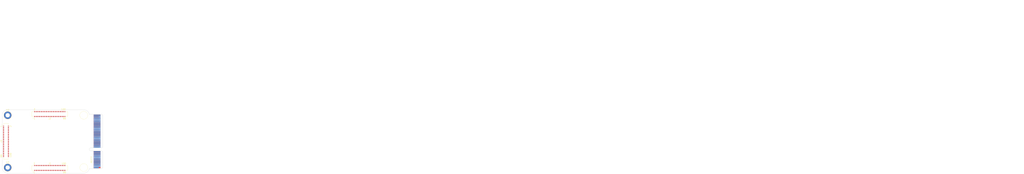
<source format=kicad_pcb>
(kicad_pcb (version 20241229) (generator "pcbnew") (generator_version "9.0")
  (layers (0 "F.Cu" signal) (2 "B.Cu" signal) (13 "F.Paste" user) (15 "B.Paste" user) (5 "F.SilkS" user "F.Silkscreen") (7 "B.SilkS" user "B.Silkscreen") (1 "F.Mask" user) (3 "B.Mask" user) (25 "Edge.Cuts" user))
  (net 0 "")
  (footprint "MountingHole:MountingHole_2.7mm_M2.5_DIN965_Pad" (layer "F.Cu") (at 146.844303 71.449638)
    (property "Reference" "H3" (at 0 -3.35 0) (layer "F.SilkS"))
    (property "Value" "MountingHole_2.7mm_M2.5_DIN965_Pad" (hide yes))
    (pad "1" thru_hole circle (at 0 0) (size 4.7 4.7) (drill 2.7) (layers "*.Cu" "*.Mask"))
  )
  (footprint "MountingHole:MountingHole_2.7mm_M2.5_DIN965_Pad" (layer "F.Cu") (at 146.844303 104.449318)
    (property "Reference" "H2" (at 0 -3.35 0) (layer "F.SilkS"))
    (property "Value" "MountingHole_2.7mm_M2.5_DIN965_Pad" (hide yes))
    (pad "1" thru_hole circle (at 0 0) (size 4.7 4.7) (drill 2.7) (layers "*.Cu" "*.Mask"))
  )
  (footprint "Connector_PCBEdge:BUS_PCIexpress_x4" (layer "F.Cu") (at 203.2642 104.448834 90)
    (property "Reference" "REF**" (at 5 -3.5 90) (layer "F.SilkS"))
    (property "Value" "BUS_PCIexpress_x4")
    (fp_line (start 33.65 -4.981019) (end 33.65 2.95) (stroke (width 0.1)) (layer "Edge.Cuts"))
    (fp_line (start -0.65 -4.950001) (end -0.65 2.95) (stroke (width 0.1)) (layer "Edge.Cuts"))
    (fp_line (start 10.55 -4) (end 10.55 2.95) (stroke (width 0.1)) (layer "Edge.Cuts"))
    (fp_line (start 12.45 -3.988802) (end 12.45 2.95) (stroke (width 0.1)) (layer "Edge.Cuts"))
    (fp_line (start 33.65 2.95) (end 33.15 3.45) (stroke (width 0.1)) (layer "Edge.Cuts"))
    (fp_line (start 12.45 2.95) (end 12.95 3.45) (stroke (width 0.1)) (layer "Edge.Cuts"))
    (fp_line (start 10.55 2.95) (end 10.05 3.45) (stroke (width 0.1)) (layer "Edge.Cuts"))
    (fp_line (start -0.65 2.95) (end -0.15 3.45) (stroke (width 0.1)) (layer "Edge.Cuts"))
    (fp_line (start 12.95 3.45) (end 33.15 3.45) (stroke (width 0.1)) (layer "Edge.Cuts"))
    (fp_line (start -0.15 3.45) (end 10.05 3.45) (stroke (width 0.1)) (layer "Edge.Cuts"))
    (fp_arc (start 10.55 -4) (mid 11.5 -4.95) (end 12.45 -3.988802) (stroke (width 0.1)) (layer "Edge.Cuts"))
    (pad "A1" connect rect (at 0 -0.55 90) (size 0.7 3.2) (layers "B.Cu" "B.Mask"))
    (pad "A2" connect rect (at 1 0 90) (size 0.7 4.3) (layers "B.Cu" "B.Mask"))
    (pad "A3" connect rect (at 2 0 90) (size 0.7 4.3) (layers "B.Cu" "B.Mask"))
    (pad "A4" connect rect (at 3 0 90) (size 0.7 4.3) (layers "B.Cu" "B.Mask"))
    (pad "A5" connect rect (at 4 0 90) (size 0.7 4.3) (layers "B.Cu" "B.Mask"))
    (pad "A6" connect rect (at 5 0 90) (size 0.7 4.3) (layers "B.Cu" "B.Mask"))
    (pad "A7" connect rect (at 6 0 90) (size 0.7 4.3) (layers "B.Cu" "B.Mask"))
    (pad "A8" connect rect (at 7 0 90) (size 0.7 4.3) (layers "B.Cu" "B.Mask"))
    (pad "A9" connect rect (at 8 0 90) (size 0.7 4.3) (layers "B.Cu" "B.Mask"))
    (pad "A10" connect rect (at 9 0 90) (size 0.7 4.3) (layers "B.Cu" "B.Mask"))
    (pad "A11" connect rect (at 10 0 90) (size 0.7 4.3) (layers "B.Cu" "B.Mask"))
    (pad "A12" connect rect (at 13 0 90) (size 0.7 4.3) (layers "B.Cu" "B.Mask"))
    (pad "A13" connect rect (at 14 0 90) (size 0.7 4.3) (layers "B.Cu" "B.Mask"))
    (pad "A14" connect rect (at 15 0 90) (size 0.7 4.3) (layers "B.Cu" "B.Mask"))
    (pad "A15" connect rect (at 16 0 90) (size 0.7 4.3) (layers "B.Cu" "B.Mask"))
    (pad "A16" connect rect (at 17 0 90) (size 0.7 4.3) (layers "B.Cu" "B.Mask"))
    (pad "A17" connect rect (at 18 0 90) (size 0.7 4.3) (layers "B.Cu" "B.Mask"))
    (pad "A18" connect rect (at 19 0 90) (size 0.7 4.3) (layers "B.Cu" "B.Mask"))
    (pad "A19" connect rect (at 20 0 90) (size 0.7 4.3) (layers "B.Cu" "B.Mask"))
    (pad "A20" connect rect (at 21 0 90) (size 0.7 4.3) (layers "B.Cu" "B.Mask"))
    (pad "A21" connect rect (at 22 0 90) (size 0.7 4.3) (layers "B.Cu" "B.Mask"))
    (pad "A22" connect rect (at 23 0 90) (size 0.7 4.3) (layers "B.Cu" "B.Mask"))
    (pad "A23" connect rect (at 24 0 90) (size 0.7 4.3) (layers "B.Cu" "B.Mask"))
    (pad "A24" connect rect (at 25 0 90) (size 0.7 4.3) (layers "B.Cu" "B.Mask"))
    (pad "A25" connect rect (at 26 0 90) (size 0.7 4.3) (layers "B.Cu" "B.Mask"))
    (pad "A26" connect rect (at 27 0 90) (size 0.7 4.3) (layers "B.Cu" "B.Mask"))
    (pad "A27" connect rect (at 28 0 90) (size 0.7 4.3) (layers "B.Cu" "B.Mask"))
    (pad "A28" connect rect (at 29 0 90) (size 0.7 4.3) (layers "B.Cu" "B.Mask"))
    (pad "A29" connect rect (at 30 0 90) (size 0.7 4.3) (layers "B.Cu" "B.Mask"))
    (pad "A30" connect rect (at 31 0 90) (size 0.7 4.3) (layers "B.Cu" "B.Mask"))
    (pad "A31" connect rect (at 32 0 90) (size 0.7 4.3) (layers "B.Cu" "B.Mask"))
    (pad "A32" connect rect (at 33 0 90) (size 0.7 4.3) (layers "B.Cu" "B.Mask"))
    (pad "B1" connect rect (at 0 0 90) (size 0.7 4.3) (layers "F.Cu" "F.Mask"))
    (pad "B2" connect rect (at 1 0 90) (size 0.7 4.3) (layers "F.Cu" "F.Mask"))
    (pad "B3" connect rect (at 2 0 90) (size 0.7 4.3) (layers "F.Cu" "F.Mask"))
    (pad "B4" connect rect (at 3 0 90) (size 0.7 4.3) (layers "F.Cu" "F.Mask"))
    (pad "B5" connect rect (at 4 0 90) (size 0.7 4.3) (layers "F.Cu" "F.Mask"))
    (pad "B6" connect rect (at 5 0 90) (size 0.7 4.3) (layers "F.Cu" "F.Mask"))
    (pad "B7" connect rect (at 6 0 90) (size 0.7 4.3) (layers "F.Cu" "F.Mask"))
    (pad "B8" connect rect (at 7 0 90) (size 0.7 4.3) (layers "F.Cu" "F.Mask"))
    (pad "B9" connect rect (at 8 0 90) (size 0.7 4.3) (layers "F.Cu" "F.Mask"))
    (pad "B10" connect rect (at 9 0 90) (size 0.7 4.3) (layers "F.Cu" "F.Mask"))
    (pad "B11" connect rect (at 10 0 90) (size 0.7 4.3) (layers "F.Cu" "F.Mask"))
    (pad "B12" connect rect (at 13 0 90) (size 0.7 4.3) (layers "F.Cu" "F.Mask"))
    (pad "B13" connect rect (at 14 0 90) (size 0.7 4.3) (layers "F.Cu" "F.Mask"))
    (pad "B14" connect rect (at 15 0 90) (size 0.7 4.3) (layers "F.Cu" "F.Mask"))
    (pad "B15" connect rect (at 16 0 90) (size 0.7 4.3) (layers "F.Cu" "F.Mask"))
    (pad "B16" connect rect (at 17 0 90) (size 0.7 4.3) (layers "F.Cu" "F.Mask"))
    (pad "B17" connect rect (at 18 0 90) (size 0.7 4.3) (layers "F.Cu" "F.Mask"))
    (pad "B18" connect rect (at 19 0 90) (size 0.7 4.3) (layers "F.Cu" "F.Mask"))
    (pad "B19" connect rect (at 20 0 90) (size 0.7 4.3) (layers "F.Cu" "F.Mask"))
    (pad "B20" connect rect (at 21 0 90) (size 0.7 4.3) (layers "F.Cu" "F.Mask"))
    (pad "B21" connect rect (at 22 0 90) (size 0.7 4.3) (layers "F.Cu" "F.Mask"))
    (pad "B22" connect rect (at 23 0 90) (size 0.7 4.3) (layers "F.Cu" "F.Mask"))
    (pad "B23" connect rect (at 24 0 90) (size 0.7 4.3) (layers "F.Cu" "F.Mask"))
    (pad "B24" connect rect (at 25 0 90) (size 0.7 4.3) (layers "F.Cu" "F.Mask"))
    (pad "B25" connect rect (at 26 0 90) (size 0.7 4.3) (layers "F.Cu" "F.Mask"))
    (pad "B26" connect rect (at 27 0 90) (size 0.7 4.3) (layers "F.Cu" "F.Mask"))
    (pad "B27" connect rect (at 28 0 90) (size 0.7 4.3) (layers "F.Cu" "F.Mask"))
    (pad "B28" connect rect (at 29 0 90) (size 0.7 4.3) (layers "F.Cu" "F.Mask"))
    (pad "B29" connect rect (at 30 0 90) (size 0.7 4.3) (layers "F.Cu" "F.Mask"))
    (pad "B30" connect rect (at 31 0 90) (size 0.7 4.3) (layers "F.Cu" "F.Mask"))
    (pad "B31" connect rect (at 32 -0.55 90) (size 0.7 3.2) (layers "F.Cu" "F.Mask"))
    (pad "B32" connect rect (at 33 0 90) (size 0.7 4.3) (layers "F.Cu" "F.Mask"))
  )
  (footprint "OPI_CM5_CONN1:HIROSE_DF40C-100DS-0.4V_51_" (layer "F.Cu") (at 173.3506 70.6976 180)
    (property "Reference" "J2" (at 0 -2.925 0) (layer "F.SilkS"))
    (property "Value" "HIROSE_DF40C-100DS-0.4V_51_" (hide yes))
    (fp_line (start 11.3 1.44) (end 10.22 1.44) (stroke (width 0.127)) (layer "F.SilkS"))
    (fp_line (start 11.3 -1.44) (end 11.3 1.44) (stroke (width 0.127)) (layer "F.SilkS"))
    (fp_line (start 11.3 -1.44) (end 10.22 -1.44) (stroke (width 0.127)) (layer "F.SilkS"))
    (fp_line (start -10.22 -1.44) (end -11.3 -1.44) (stroke (width 0.127)) (layer "F.SilkS"))
    (fp_line (start -11.3 1.44) (end -10.22 1.44) (stroke (width 0.127)) (layer "F.SilkS"))
    (fp_line (start -11.3 -1.44) (end -11.3 1.44) (stroke (width 0.127)) (layer "F.SilkS"))
    (fp_circle (center 10.6 -2.48) (end 10.7 -2.48) (stroke (width 0.2)) (fill no) (layer "F.SilkS"))
    (fp_text user "100" (at -10.16 3.556 0) (layer "F.SilkS") (effects (justify right top)))
    (fp_text user "1" (at 9.017 -2.286 0) (layer "F.SilkS") (effects (justify right top)))
    (fp_text user "2" (at 9.017 3.556 0) (layer "F.SilkS") (effects (justify right top)))
    (fp_text user "99" (at -10.287 -2.286 0) (layer "F.SilkS") (effects (justify right top)))
    (pad "1" smd rect (at 9.8 -1.54 180) (size 0.2 0.7) (layers "F.Cu" "F.Mask"))
    (pad "2" smd rect (at 9.8 1.54 180) (size 0.2 0.7) (layers "F.Cu" "F.Mask"))
    (pad "3" smd rect (at 9.4 -1.54 180) (size 0.2 0.7) (layers "F.Cu" "F.Mask"))
    (pad "4" smd rect (at 9.4 1.54 180) (size 0.2 0.7) (layers "F.Cu" "F.Mask"))
    (pad "5" smd rect (at 9 -1.54 180) (size 0.2 0.7) (layers "F.Cu" "F.Mask"))
    (pad "6" smd rect (at 9 1.54 180) (size 0.2 0.7) (layers "F.Cu" "F.Mask"))
    (pad "7" smd rect (at 8.6 -1.54 180) (size 0.2 0.7) (layers "F.Cu" "F.Mask"))
    (pad "8" smd rect (at 8.6 1.54 180) (size 0.2 0.7) (layers "F.Cu" "F.Mask"))
    (pad "9" smd rect (at 8.2 -1.54 180) (size 0.2 0.7) (layers "F.Cu" "F.Mask"))
    (pad "10" smd rect (at 8.2 1.54 180) (size 0.2 0.7) (layers "F.Cu" "F.Mask"))
    (pad "11" smd rect (at 7.8 -1.54 180) (size 0.2 0.7) (layers "F.Cu" "F.Mask"))
    (pad "12" smd rect (at 7.8 1.54 180) (size 0.2 0.7) (layers "F.Cu" "F.Mask"))
    (pad "13" smd rect (at 7.4 -1.54 180) (size 0.2 0.7) (layers "F.Cu" "F.Mask"))
    (pad "14" smd rect (at 7.4 1.54 180) (size 0.2 0.7) (layers "F.Cu" "F.Mask"))
    (pad "15" smd rect (at 7 -1.54 180) (size 0.2 0.7) (layers "F.Cu" "F.Mask"))
    (pad "16" smd rect (at 7 1.54 180) (size 0.2 0.7) (layers "F.Cu" "F.Mask"))
    (pad "17" smd rect (at 6.6 -1.54 180) (size 0.2 0.7) (layers "F.Cu" "F.Mask"))
    (pad "18" smd rect (at 6.6 1.54 180) (size 0.2 0.7) (layers "F.Cu" "F.Mask"))
    (pad "19" smd rect (at 6.2 -1.54 180) (size 0.2 0.7) (layers "F.Cu" "F.Mask"))
    (pad "20" smd rect (at 6.2 1.54 180) (size 0.2 0.7) (layers "F.Cu" "F.Mask"))
    (pad "21" smd rect (at 5.8 -1.54 180) (size 0.2 0.7) (layers "F.Cu" "F.Mask"))
    (pad "22" smd rect (at 5.8 1.54 180) (size 0.2 0.7) (layers "F.Cu" "F.Mask"))
    (pad "23" smd rect (at 5.4 -1.54 180) (size 0.2 0.7) (layers "F.Cu" "F.Mask"))
    (pad "24" smd rect (at 5.4 1.54 180) (size 0.2 0.7) (layers "F.Cu" "F.Mask"))
    (pad "25" smd rect (at 5 -1.54 180) (size 0.2 0.7) (layers "F.Cu" "F.Mask"))
    (pad "26" smd rect (at 5 1.54 180) (size 0.2 0.7) (layers "F.Cu" "F.Mask"))
    (pad "27" smd rect (at 4.6 -1.54 180) (size 0.2 0.7) (layers "F.Cu" "F.Mask"))
    (pad "28" smd rect (at 4.6 1.54 180) (size 0.2 0.7) (layers "F.Cu" "F.Mask"))
    (pad "29" smd rect (at 4.2 -1.54 180) (size 0.2 0.7) (layers "F.Cu" "F.Mask"))
    (pad "30" smd rect (at 4.2 1.54 180) (size 0.2 0.7) (layers "F.Cu" "F.Mask"))
    (pad "31" smd rect (at 3.8 -1.54 180) (size 0.2 0.7) (layers "F.Cu" "F.Mask"))
    (pad "32" smd rect (at 3.8 1.54 180) (size 0.2 0.7) (layers "F.Cu" "F.Mask"))
    (pad "33" smd rect (at 3.4 -1.54 180) (size 0.2 0.7) (layers "F.Cu" "F.Mask"))
    (pad "34" smd rect (at 3.4 1.54 180) (size 0.2 0.7) (layers "F.Cu" "F.Mask"))
    (pad "35" smd rect (at 3 -1.54 180) (size 0.2 0.7) (layers "F.Cu" "F.Mask"))
    (pad "36" smd rect (at 3 1.54 180) (size 0.2 0.7) (layers "F.Cu" "F.Mask"))
    (pad "37" smd rect (at 2.6 -1.54 180) (size 0.2 0.7) (layers "F.Cu" "F.Mask"))
    (pad "38" smd rect (at 2.6 1.54 180) (size 0.2 0.7) (layers "F.Cu" "F.Mask"))
    (pad "39" smd rect (at 2.2 -1.54 180) (size 0.2 0.7) (layers "F.Cu" "F.Mask"))
    (pad "40" smd rect (at 2.2 1.54 180) (size 0.2 0.7) (layers "F.Cu" "F.Mask"))
    (pad "41" smd rect (at 1.8 -1.54 180) (size 0.2 0.7) (layers "F.Cu" "F.Mask"))
    (pad "42" smd rect (at 1.8 1.54 180) (size 0.2 0.7) (layers "F.Cu" "F.Mask"))
    (pad "43" smd rect (at 1.4 -1.54 180) (size 0.2 0.7) (layers "F.Cu" "F.Mask"))
    (pad "44" smd rect (at 1.4 1.54 180) (size 0.2 0.7) (layers "F.Cu" "F.Mask"))
    (pad "45" smd rect (at 1 -1.54 180) (size 0.2 0.7) (layers "F.Cu" "F.Mask"))
    (pad "46" smd rect (at 1 1.54 180) (size 0.2 0.7) (layers "F.Cu" "F.Mask"))
    (pad "47" smd rect (at 0.6 -1.54 180) (size 0.2 0.7) (layers "F.Cu" "F.Mask"))
    (pad "48" smd rect (at 0.6 1.54 180) (size 0.2 0.7) (layers "F.Cu" "F.Mask"))
    (pad "49" smd rect (at 0.2 -1.54 180) (size 0.2 0.7) (layers "F.Cu" "F.Mask"))
    (pad "50" smd rect (at 0.2 1.54 180) (size 0.2 0.7) (layers "F.Cu" "F.Mask"))
    (pad "51" smd rect (at -0.2 -1.54 180) (size 0.2 0.7) (layers "F.Cu" "F.Mask"))
    (pad "52" smd rect (at -0.2 1.54 180) (size 0.2 0.7) (layers "F.Cu" "F.Mask"))
    (pad "53" smd rect (at -0.6 -1.54 180) (size 0.2 0.7) (layers "F.Cu" "F.Mask"))
    (pad "54" smd rect (at -0.6 1.54 180) (size 0.2 0.7) (layers "F.Cu" "F.Mask"))
    (pad "55" smd rect (at -1 -1.54 180) (size 0.2 0.7) (layers "F.Cu" "F.Mask"))
    (pad "56" smd rect (at -1 1.54 180) (size 0.2 0.7) (layers "F.Cu" "F.Mask"))
    (pad "57" smd rect (at -1.4 -1.54 180) (size 0.2 0.7) (layers "F.Cu" "F.Mask"))
    (pad "58" smd rect (at -1.4 1.54 180) (size 0.2 0.7) (layers "F.Cu" "F.Mask"))
    (pad "59" smd rect (at -1.8 -1.54 180) (size 0.2 0.7) (layers "F.Cu" "F.Mask"))
    (pad "60" smd rect (at -1.8 1.54 180) (size 0.2 0.7) (layers "F.Cu" "F.Mask"))
    (pad "61" smd rect (at -2.2 -1.54 180) (size 0.2 0.7) (layers "F.Cu" "F.Mask"))
    (pad "62" smd rect (at -2.2 1.54 180) (size 0.2 0.7) (layers "F.Cu" "F.Mask"))
    (pad "63" smd rect (at -2.6 -1.54 180) (size 0.2 0.7) (layers "F.Cu" "F.Mask"))
    (pad "64" smd rect (at -2.6 1.54 180) (size 0.2 0.7) (layers "F.Cu" "F.Mask"))
    (pad "65" smd rect (at -3 -1.54 180) (size 0.2 0.7) (layers "F.Cu" "F.Mask"))
    (pad "66" smd rect (at -3 1.54 180) (size 0.2 0.7) (layers "F.Cu" "F.Mask"))
    (pad "67" smd rect (at -3.4 -1.54 180) (size 0.2 0.7) (layers "F.Cu" "F.Mask"))
    (pad "68" smd rect (at -3.4 1.54 180) (size 0.2 0.7) (layers "F.Cu" "F.Mask"))
    (pad "69" smd rect (at -3.8 -1.54 180) (size 0.2 0.7) (layers "F.Cu" "F.Mask"))
    (pad "70" smd rect (at -3.8 1.54 180) (size 0.2 0.7) (layers "F.Cu" "F.Mask"))
    (pad "71" smd rect (at -4.2 -1.54 180) (size 0.2 0.7) (layers "F.Cu" "F.Mask"))
    (pad "72" smd rect (at -4.2 1.54 180) (size 0.2 0.7) (layers "F.Cu" "F.Mask"))
    (pad "73" smd rect (at -4.6 -1.54 180) (size 0.2 0.7) (layers "F.Cu" "F.Mask"))
    (pad "74" smd rect (at -4.6 1.54 180) (size 0.2 0.7) (layers "F.Cu" "F.Mask"))
    (pad "75" smd rect (at -5 -1.54 180) (size 0.2 0.7) (layers "F.Cu" "F.Mask"))
    (pad "76" smd rect (at -5 1.54 180) (size 0.2 0.7) (layers "F.Cu" "F.Mask"))
    (pad "77" smd rect (at -5.4 -1.54 180) (size 0.2 0.7) (layers "F.Cu" "F.Mask"))
    (pad "78" smd rect (at -5.4 1.54 180) (size 0.2 0.7) (layers "F.Cu" "F.Mask"))
    (pad "79" smd rect (at -5.8 -1.54 180) (size 0.2 0.7) (layers "F.Cu" "F.Mask"))
    (pad "80" smd rect (at -5.8 1.54 180) (size 0.2 0.7) (layers "F.Cu" "F.Mask"))
    (pad "81" smd rect (at -6.2 -1.54 180) (size 0.2 0.7) (layers "F.Cu" "F.Mask"))
    (pad "82" smd rect (at -6.2 1.54 180) (size 0.2 0.7) (layers "F.Cu" "F.Mask"))
    (pad "83" smd rect (at -6.6 -1.54 180) (size 0.2 0.7) (layers "F.Cu" "F.Mask"))
    (pad "84" smd rect (at -6.6 1.54 180) (size 0.2 0.7) (layers "F.Cu" "F.Mask"))
    (pad "85" smd rect (at -7 -1.54 180) (size 0.2 0.7) (layers "F.Cu" "F.Mask"))
    (pad "86" smd rect (at -7 1.54 180) (size 0.2 0.7) (layers "F.Cu" "F.Mask"))
    (pad "87" smd rect (at -7.4 -1.54 180) (size 0.2 0.7) (layers "F.Cu" "F.Mask"))
    (pad "88" smd rect (at -7.4 1.54 180) (size 0.2 0.7) (layers "F.Cu" "F.Mask"))
    (pad "89" smd rect (at -7.8 -1.54 180) (size 0.2 0.7) (layers "F.Cu" "F.Mask"))
    (pad "90" smd rect (at -7.8 1.54 180) (size 0.2 0.7) (layers "F.Cu" "F.Mask"))
    (pad "91" smd rect (at -8.2 -1.54 180) (size 0.2 0.7) (layers "F.Cu" "F.Mask"))
    (pad "92" smd rect (at -8.2 1.54 180) (size 0.2 0.7) (layers "F.Cu" "F.Mask"))
    (pad "93" smd rect (at -8.6 -1.54 180) (size 0.2 0.7) (layers "F.Cu" "F.Mask"))
    (pad "94" smd rect (at -8.6 1.54 180) (size 0.2 0.7) (layers "F.Cu" "F.Mask"))
    (pad "95" smd rect (at -9 -1.54 180) (size 0.2 0.7) (layers "F.Cu" "F.Mask"))
    (pad "96" smd rect (at -9 1.54 180) (size 0.2 0.7) (layers "F.Cu" "F.Mask"))
    (pad "97" smd rect (at -9.4 -1.54 180) (size 0.2 0.7) (layers "F.Cu" "F.Mask"))
    (pad "98" smd rect (at -9.4 1.54 180) (size 0.2 0.7) (layers "F.Cu" "F.Mask"))
    (pad "99" smd rect (at -9.8 -1.54 180) (size 0.2 0.7) (layers "F.Cu" "F.Mask"))
    (pad "100" smd rect (at -9.8 1.54 180) (size 0.2 0.7) (layers "F.Cu" "F.Mask"))
  )
  (footprint "OPI_CM5_CONN1:HIROSE_DF40C-100DS-0.4V_51_" (layer "F.Cu") (at 173.405058 104.697532 180)
    (property "Reference" "J1" (at 0 2.84765 0) (layer "F.SilkS"))
    (property "Value" "HIROSE_DF40C-100DS-0.4V_51_" (hide yes))
    (fp_line (start 11.3 1.44) (end 10.22 1.44) (stroke (width 0.127)) (layer "F.SilkS"))
    (fp_line (start 11.3 -1.44) (end 11.3 1.44) (stroke (width 0.127)) (layer "F.SilkS"))
    (fp_line (start 11.3 -1.44) (end 10.22 -1.44) (stroke (width 0.127)) (layer "F.SilkS"))
    (fp_line (start -10.22 -1.44) (end -11.3 -1.44) (stroke (width 0.127)) (layer "F.SilkS"))
    (fp_line (start -11.3 1.44) (end -10.22 1.44) (stroke (width 0.127)) (layer "F.SilkS"))
    (fp_line (start -11.3 -1.44) (end -11.3 1.44) (stroke (width 0.127)) (layer "F.SilkS"))
    (fp_circle (center 10.6 -2.48) (end 10.7 -2.48) (stroke (width 0.2)) (fill no) (layer "F.SilkS"))
    (fp_text user "99" (at -8.195 -3.445 180) (layer "F.SilkS") (effects (justify left bottom)))
    (fp_text user "1" (at 10.347 -3.445 180) (layer "F.SilkS") (effects (justify left bottom)))
    (fp_text user "100" (at -7.306 2.143 180) (layer "F.SilkS") (effects (justify left bottom)))
    (fp_text user "2" (at 10.347 2.143 180) (layer "F.SilkS") (effects (justify left bottom)))
    (pad "1" smd rect (at 9.8 -1.54 180) (size 0.2 0.7) (layers "F.Cu" "F.Mask"))
    (pad "2" smd rect (at 9.8 1.54 180) (size 0.2 0.7) (layers "F.Cu" "F.Mask"))
    (pad "3" smd rect (at 9.4 -1.54 180) (size 0.2 0.7) (layers "F.Cu" "F.Mask"))
    (pad "4" smd rect (at 9.4 1.54 180) (size 0.2 0.7) (layers "F.Cu" "F.Mask"))
    (pad "5" smd rect (at 9 -1.54 180) (size 0.2 0.7) (layers "F.Cu" "F.Mask"))
    (pad "6" smd rect (at 9 1.54 180) (size 0.2 0.7) (layers "F.Cu" "F.Mask"))
    (pad "7" smd rect (at 8.6 -1.54 180) (size 0.2 0.7) (layers "F.Cu" "F.Mask"))
    (pad "8" smd rect (at 8.6 1.54 180) (size 0.2 0.7) (layers "F.Cu" "F.Mask"))
    (pad "9" smd rect (at 8.2 -1.54 180) (size 0.2 0.7) (layers "F.Cu" "F.Mask"))
    (pad "10" smd rect (at 8.2 1.54 180) (size 0.2 0.7) (layers "F.Cu" "F.Mask"))
    (pad "11" smd rect (at 7.8 -1.54 180) (size 0.2 0.7) (layers "F.Cu" "F.Mask"))
    (pad "12" smd rect (at 7.8 1.54 180) (size 0.2 0.7) (layers "F.Cu" "F.Mask"))
    (pad "13" smd rect (at 7.4 -1.54 180) (size 0.2 0.7) (layers "F.Cu" "F.Mask"))
    (pad "14" smd rect (at 7.4 1.54 180) (size 0.2 0.7) (layers "F.Cu" "F.Mask"))
    (pad "15" smd rect (at 7 -1.54 180) (size 0.2 0.7) (layers "F.Cu" "F.Mask"))
    (pad "16" smd rect (at 7 1.54 180) (size 0.2 0.7) (layers "F.Cu" "F.Mask"))
    (pad "17" smd rect (at 6.6 -1.54 180) (size 0.2 0.7) (layers "F.Cu" "F.Mask"))
    (pad "18" smd rect (at 6.6 1.54 180) (size 0.2 0.7) (layers "F.Cu" "F.Mask"))
    (pad "19" smd rect (at 6.2 -1.54 180) (size 0.2 0.7) (layers "F.Cu" "F.Mask"))
    (pad "20" smd rect (at 6.2 1.54 180) (size 0.2 0.7) (layers "F.Cu" "F.Mask"))
    (pad "21" smd rect (at 5.8 -1.54 180) (size 0.2 0.7) (layers "F.Cu" "F.Mask"))
    (pad "22" smd rect (at 5.8 1.54 180) (size 0.2 0.7) (layers "F.Cu" "F.Mask"))
    (pad "23" smd rect (at 5.4 -1.54 180) (size 0.2 0.7) (layers "F.Cu" "F.Mask"))
    (pad "24" smd rect (at 5.4 1.54 180) (size 0.2 0.7) (layers "F.Cu" "F.Mask"))
    (pad "25" smd rect (at 5 -1.54 180) (size 0.2 0.7) (layers "F.Cu" "F.Mask"))
    (pad "26" smd rect (at 5 1.54 180) (size 0.2 0.7) (layers "F.Cu" "F.Mask"))
    (pad "27" smd rect (at 4.6 -1.54 180) (size 0.2 0.7) (layers "F.Cu" "F.Mask"))
    (pad "28" smd rect (at 4.6 1.54 180) (size 0.2 0.7) (layers "F.Cu" "F.Mask"))
    (pad "29" smd rect (at 4.2 -1.54 180) (size 0.2 0.7) (layers "F.Cu" "F.Mask"))
    (pad "30" smd rect (at 4.2 1.54 180) (size 0.2 0.7) (layers "F.Cu" "F.Mask"))
    (pad "31" smd rect (at 3.8 -1.54 180) (size 0.2 0.7) (layers "F.Cu" "F.Mask"))
    (pad "32" smd rect (at 3.8 1.54 180) (size 0.2 0.7) (layers "F.Cu" "F.Mask"))
    (pad "33" smd rect (at 3.4 -1.54 180) (size 0.2 0.7) (layers "F.Cu" "F.Mask"))
    (pad "34" smd rect (at 3.4 1.54 180) (size 0.2 0.7) (layers "F.Cu" "F.Mask"))
    (pad "35" smd rect (at 3 -1.54 180) (size 0.2 0.7) (layers "F.Cu" "F.Mask"))
    (pad "36" smd rect (at 3 1.54 180) (size 0.2 0.7) (layers "F.Cu" "F.Mask"))
    (pad "37" smd rect (at 2.6 -1.54 180) (size 0.2 0.7) (layers "F.Cu" "F.Mask"))
    (pad "38" smd rect (at 2.6 1.54 180) (size 0.2 0.7) (layers "F.Cu" "F.Mask"))
    (pad "39" smd rect (at 2.2 -1.54 180) (size 0.2 0.7) (layers "F.Cu" "F.Mask"))
    (pad "40" smd rect (at 2.2 1.54 180) (size 0.2 0.7) (layers "F.Cu" "F.Mask"))
    (pad "41" smd rect (at 1.8 -1.54 180) (size 0.2 0.7) (layers "F.Cu" "F.Mask"))
    (pad "42" smd rect (at 1.8 1.54 180) (size 0.2 0.7) (layers "F.Cu" "F.Mask"))
    (pad "43" smd rect (at 1.4 -1.54 180) (size 0.2 0.7) (layers "F.Cu" "F.Mask"))
    (pad "44" smd rect (at 1.4 1.54 180) (size 0.2 0.7) (layers "F.Cu" "F.Mask"))
    (pad "45" smd rect (at 1 -1.54 180) (size 0.2 0.7) (layers "F.Cu" "F.Mask"))
    (pad "46" smd rect (at 1 1.54 180) (size 0.2 0.7) (layers "F.Cu" "F.Mask"))
    (pad "47" smd rect (at 0.6 -1.54 180) (size 0.2 0.7) (layers "F.Cu" "F.Mask"))
    (pad "48" smd rect (at 0.6 1.54 180) (size 0.2 0.7) (layers "F.Cu" "F.Mask"))
    (pad "49" smd rect (at 0.2 -1.54 180) (size 0.2 0.7) (layers "F.Cu" "F.Mask"))
    (pad "50" smd rect (at 0.2 1.54 180) (size 0.2 0.7) (layers "F.Cu" "F.Mask"))
    (pad "51" smd rect (at -0.2 -1.54 180) (size 0.2 0.7) (layers "F.Cu" "F.Mask"))
    (pad "52" smd rect (at -0.2 1.54 180) (size 0.2 0.7) (layers "F.Cu" "F.Mask"))
    (pad "53" smd rect (at -0.6 -1.54 180) (size 0.2 0.7) (layers "F.Cu" "F.Mask"))
    (pad "54" smd rect (at -0.6 1.54 180) (size 0.2 0.7) (layers "F.Cu" "F.Mask"))
    (pad "55" smd rect (at -1 -1.54 180) (size 0.2 0.7) (layers "F.Cu" "F.Mask"))
    (pad "56" smd rect (at -1 1.54 180) (size 0.2 0.7) (layers "F.Cu" "F.Mask"))
    (pad "57" smd rect (at -1.4 -1.54 180) (size 0.2 0.7) (layers "F.Cu" "F.Mask"))
    (pad "58" smd rect (at -1.4 1.54 180) (size 0.2 0.7) (layers "F.Cu" "F.Mask"))
    (pad "59" smd rect (at -1.8 -1.54 180) (size 0.2 0.7) (layers "F.Cu" "F.Mask"))
    (pad "60" smd rect (at -1.8 1.54 180) (size 0.2 0.7) (layers "F.Cu" "F.Mask"))
    (pad "61" smd rect (at -2.2 -1.54 180) (size 0.2 0.7) (layers "F.Cu" "F.Mask"))
    (pad "62" smd rect (at -2.2 1.54 180) (size 0.2 0.7) (layers "F.Cu" "F.Mask"))
    (pad "63" smd rect (at -2.6 -1.54 180) (size 0.2 0.7) (layers "F.Cu" "F.Mask"))
    (pad "64" smd rect (at -2.6 1.54 180) (size 0.2 0.7) (layers "F.Cu" "F.Mask"))
    (pad "65" smd rect (at -3 -1.54 180) (size 0.2 0.7) (layers "F.Cu" "F.Mask"))
    (pad "66" smd rect (at -3 1.54 180) (size 0.2 0.7) (layers "F.Cu" "F.Mask"))
    (pad "67" smd rect (at -3.4 -1.54 180) (size 0.2 0.7) (layers "F.Cu" "F.Mask"))
    (pad "68" smd rect (at -3.4 1.54 180) (size 0.2 0.7) (layers "F.Cu" "F.Mask"))
    (pad "69" smd rect (at -3.8 -1.54 180) (size 0.2 0.7) (layers "F.Cu" "F.Mask"))
    (pad "70" smd rect (at -3.8 1.54 180) (size 0.2 0.7) (layers "F.Cu" "F.Mask"))
    (pad "71" smd rect (at -4.2 -1.54 180) (size 0.2 0.7) (layers "F.Cu" "F.Mask"))
    (pad "72" smd rect (at -4.2 1.54 180) (size 0.2 0.7) (layers "F.Cu" "F.Mask"))
    (pad "73" smd rect (at -4.6 -1.54 180) (size 0.2 0.7) (layers "F.Cu" "F.Mask"))
    (pad "74" smd rect (at -4.6 1.54 180) (size 0.2 0.7) (layers "F.Cu" "F.Mask"))
    (pad "75" smd rect (at -5 -1.54 180) (size 0.2 0.7) (layers "F.Cu" "F.Mask"))
    (pad "76" smd rect (at -5 1.54 180) (size 0.2 0.7) (layers "F.Cu" "F.Mask"))
    (pad "77" smd rect (at -5.4 -1.54 180) (size 0.2 0.7) (layers "F.Cu" "F.Mask"))
    (pad "78" smd rect (at -5.4 1.54 180) (size 0.2 0.7) (layers "F.Cu" "F.Mask"))
    (pad "79" smd rect (at -5.8 -1.54 180) (size 0.2 0.7) (layers "F.Cu" "F.Mask"))
    (pad "80" smd rect (at -5.8 1.54 180) (size 0.2 0.7) (layers "F.Cu" "F.Mask"))
    (pad "81" smd rect (at -6.2 -1.54 180) (size 0.2 0.7) (layers "F.Cu" "F.Mask"))
    (pad "82" smd rect (at -6.2 1.54 180) (size 0.2 0.7) (layers "F.Cu" "F.Mask"))
    (pad "83" smd rect (at -6.6 -1.54 180) (size 0.2 0.7) (layers "F.Cu" "F.Mask"))
    (pad "84" smd rect (at -6.6 1.54 180) (size 0.2 0.7) (layers "F.Cu" "F.Mask"))
    (pad "85" smd rect (at -7 -1.54 180) (size 0.2 0.7) (layers "F.Cu" "F.Mask"))
    (pad "86" smd rect (at -7 1.54 180) (size 0.2 0.7) (layers "F.Cu" "F.Mask"))
    (pad "87" smd rect (at -7.4 -1.54 180) (size 0.2 0.7) (layers "F.Cu" "F.Mask"))
    (pad "88" smd rect (at -7.4 1.54 180) (size 0.2 0.7) (layers "F.Cu" "F.Mask"))
    (pad "89" smd rect (at -7.8 -1.54 180) (size 0.2 0.7) (layers "F.Cu" "F.Mask"))
    (pad "90" smd rect (at -7.8 1.54 180) (size 0.2 0.7) (layers "F.Cu" "F.Mask"))
    (pad "91" smd rect (at -8.2 -1.54 180) (size 0.2 0.7) (layers "F.Cu" "F.Mask"))
    (pad "92" smd rect (at -8.2 1.54 180) (size 0.2 0.7) (layers "F.Cu" "F.Mask"))
    (pad "93" smd rect (at -8.6 -1.54 180) (size 0.2 0.7) (layers "F.Cu" "F.Mask"))
    (pad "94" smd rect (at -8.6 1.54 180) (size 0.2 0.7) (layers "F.Cu" "F.Mask"))
    (pad "95" smd rect (at -9 -1.54 180) (size 0.2 0.7) (layers "F.Cu" "F.Mask"))
    (pad "96" smd rect (at -9 1.54 180) (size 0.2 0.7) (layers "F.Cu" "F.Mask"))
    (pad "97" smd rect (at -9.4 -1.54 180) (size 0.2 0.7) (layers "F.Cu" "F.Mask"))
    (pad "98" smd rect (at -9.4 1.54 180) (size 0.2 0.7) (layers "F.Cu" "F.Mask"))
    (pad "99" smd rect (at -9.8 -1.54 180) (size 0.2 0.7) (layers "F.Cu" "F.Mask"))
    (pad "100" smd rect (at -9.8 1.54 180) (size 0.2 0.7) (layers "F.Cu" "F.Mask"))
  )
  (footprint "OPI_CM5_CONN1:HIROSE_DF40C-100DS-0.4V_51_" (layer "F.Cu") (at 145.768557 87.949351 90)
    (property "Reference" "J3" (at 0 -2.925 90) (layer "F.SilkS"))
    (property "Value" "HIROSE_DF40C-100DS-0.4V_51_" (hide yes))
    (fp_line (start 11.3 -1.44) (end 10.22 -1.44) (stroke (width 0.127)) (layer "F.SilkS"))
    (fp_line (start 11.3 -1.44) (end 11.3 1.44) (stroke (width 0.127)) (layer "F.SilkS"))
    (fp_line (start -10.22 -1.44) (end -11.3 -1.44) (stroke (width 0.127)) (layer "F.SilkS"))
    (fp_line (start -11.3 -1.44) (end -11.3 1.44) (stroke (width 0.127)) (layer "F.SilkS"))
    (fp_line (start 11.3 1.44) (end 10.22 1.44) (stroke (width 0.127)) (layer "F.SilkS"))
    (fp_line (start -11.3 1.44) (end -10.22 1.44) (stroke (width 0.127)) (layer "F.SilkS"))
    (fp_circle (center 10.6 -2.48) (end 10.7 -2.48) (stroke (width 0.2)) (fill no) (layer "F.SilkS"))
    (fp_text user "100" (at -10.16 3.556 90) (layer "F.SilkS") (effects (justify left bottom)))
    (fp_text user "99" (at -10.287 -2.286 90) (layer "F.SilkS") (effects (justify left bottom)))
    (fp_text user "1" (at 9.017 -2.286 90) (layer "F.SilkS") (effects (justify left bottom)))
    (fp_text user "2" (at 9.017 3.556 90) (layer "F.SilkS") (effects (justify left bottom)))
    (pad "1" smd rect (at 9.8 -1.54 90) (size 0.2 0.7) (layers "F.Cu" "F.Mask"))
    (pad "2" smd rect (at 9.8 1.54 90) (size 0.2 0.7) (layers "F.Cu" "F.Mask"))
    (pad "3" smd rect (at 9.4 -1.54 90) (size 0.2 0.7) (layers "F.Cu" "F.Mask"))
    (pad "4" smd rect (at 9.4 1.54 90) (size 0.2 0.7) (layers "F.Cu" "F.Mask"))
    (pad "5" smd rect (at 9 -1.54 90) (size 0.2 0.7) (layers "F.Cu" "F.Mask"))
    (pad "6" smd rect (at 9 1.54 90) (size 0.2 0.7) (layers "F.Cu" "F.Mask"))
    (pad "7" smd rect (at 8.6 -1.54 90) (size 0.2 0.7) (layers "F.Cu" "F.Mask"))
    (pad "8" smd rect (at 8.6 1.54 90) (size 0.2 0.7) (layers "F.Cu" "F.Mask"))
    (pad "9" smd rect (at 8.2 -1.54 90) (size 0.2 0.7) (layers "F.Cu" "F.Mask"))
    (pad "10" smd rect (at 8.2 1.54 90) (size 0.2 0.7) (layers "F.Cu" "F.Mask"))
    (pad "11" smd rect (at 7.8 -1.54 90) (size 0.2 0.7) (layers "F.Cu" "F.Mask"))
    (pad "12" smd rect (at 7.8 1.54 90) (size 0.2 0.7) (layers "F.Cu" "F.Mask"))
    (pad "13" smd rect (at 7.4 -1.54 90) (size 0.2 0.7) (layers "F.Cu" "F.Mask"))
    (pad "14" smd rect (at 7.4 1.54 90) (size 0.2 0.7) (layers "F.Cu" "F.Mask"))
    (pad "15" smd rect (at 7 -1.54 90) (size 0.2 0.7) (layers "F.Cu" "F.Mask"))
    (pad "16" smd rect (at 7 1.54 90) (size 0.2 0.7) (layers "F.Cu" "F.Mask"))
    (pad "17" smd rect (at 6.6 -1.54 90) (size 0.2 0.7) (layers "F.Cu" "F.Mask"))
    (pad "18" smd rect (at 6.6 1.54 90) (size 0.2 0.7) (layers "F.Cu" "F.Mask"))
    (pad "19" smd rect (at 6.2 -1.54 90) (size 0.2 0.7) (layers "F.Cu" "F.Mask"))
    (pad "20" smd rect (at 6.2 1.54 90) (size 0.2 0.7) (layers "F.Cu" "F.Mask"))
    (pad "21" smd rect (at 5.8 -1.54 90) (size 0.2 0.7) (layers "F.Cu" "F.Mask"))
    (pad "22" smd rect (at 5.8 1.54 90) (size 0.2 0.7) (layers "F.Cu" "F.Mask"))
    (pad "23" smd rect (at 5.4 -1.54 90) (size 0.2 0.7) (layers "F.Cu" "F.Mask"))
    (pad "24" smd rect (at 5.4 1.54 90) (size 0.2 0.7) (layers "F.Cu" "F.Mask"))
    (pad "25" smd rect (at 5 -1.54 90) (size 0.2 0.7) (layers "F.Cu" "F.Mask"))
    (pad "26" smd rect (at 5 1.54 90) (size 0.2 0.7) (layers "F.Cu" "F.Mask"))
    (pad "27" smd rect (at 4.6 -1.54 90) (size 0.2 0.7) (layers "F.Cu" "F.Mask"))
    (pad "28" smd rect (at 4.6 1.54 90) (size 0.2 0.7) (layers "F.Cu" "F.Mask"))
    (pad "29" smd rect (at 4.2 -1.54 90) (size 0.2 0.7) (layers "F.Cu" "F.Mask"))
    (pad "30" smd rect (at 4.2 1.54 90) (size 0.2 0.7) (layers "F.Cu" "F.Mask"))
    (pad "31" smd rect (at 3.8 -1.54 90) (size 0.2 0.7) (layers "F.Cu" "F.Mask"))
    (pad "32" smd rect (at 3.8 1.54 90) (size 0.2 0.7) (layers "F.Cu" "F.Mask"))
    (pad "33" smd rect (at 3.4 -1.54 90) (size 0.2 0.7) (layers "F.Cu" "F.Mask"))
    (pad "34" smd rect (at 3.4 1.54 90) (size 0.2 0.7) (layers "F.Cu" "F.Mask"))
    (pad "35" smd rect (at 3 -1.54 90) (size 0.2 0.7) (layers "F.Cu" "F.Mask"))
    (pad "36" smd rect (at 3 1.54 90) (size 0.2 0.7) (layers "F.Cu" "F.Mask"))
    (pad "37" smd rect (at 2.6 -1.54 90) (size 0.2 0.7) (layers "F.Cu" "F.Mask"))
    (pad "38" smd rect (at 2.6 1.54 90) (size 0.2 0.7) (layers "F.Cu" "F.Mask"))
    (pad "39" smd rect (at 2.2 -1.54 90) (size 0.2 0.7) (layers "F.Cu" "F.Mask"))
    (pad "40" smd rect (at 2.2 1.54 90) (size 0.2 0.7) (layers "F.Cu" "F.Mask"))
    (pad "41" smd rect (at 1.8 -1.54 90) (size 0.2 0.7) (layers "F.Cu" "F.Mask"))
    (pad "42" smd rect (at 1.8 1.54 90) (size 0.2 0.7) (layers "F.Cu" "F.Mask"))
    (pad "43" smd rect (at 1.4 -1.54 90) (size 0.2 0.7) (layers "F.Cu" "F.Mask"))
    (pad "44" smd rect (at 1.4 1.54 90) (size 0.2 0.7) (layers "F.Cu" "F.Mask"))
    (pad "45" smd rect (at 1 -1.54 90) (size 0.2 0.7) (layers "F.Cu" "F.Mask"))
    (pad "46" smd rect (at 1 1.54 90) (size 0.2 0.7) (layers "F.Cu" "F.Mask"))
    (pad "47" smd rect (at 0.6 -1.54 90) (size 0.2 0.7) (layers "F.Cu" "F.Mask"))
    (pad "48" smd rect (at 0.6 1.54 90) (size 0.2 0.7) (layers "F.Cu" "F.Mask"))
    (pad "49" smd rect (at 0.2 -1.54 90) (size 0.2 0.7) (layers "F.Cu" "F.Mask"))
    (pad "50" smd rect (at 0.2 1.54 90) (size 0.2 0.7) (layers "F.Cu" "F.Mask"))
    (pad "51" smd rect (at -0.2 -1.54 90) (size 0.2 0.7) (layers "F.Cu" "F.Mask"))
    (pad "52" smd rect (at -0.2 1.54 90) (size 0.2 0.7) (layers "F.Cu" "F.Mask"))
    (pad "53" smd rect (at -0.6 -1.54 90) (size 0.2 0.7) (layers "F.Cu" "F.Mask"))
    (pad "54" smd rect (at -0.6 1.54 90) (size 0.2 0.7) (layers "F.Cu" "F.Mask"))
    (pad "55" smd rect (at -1 -1.54 90) (size 0.2 0.7) (layers "F.Cu" "F.Mask"))
    (pad "56" smd rect (at -1 1.54 90) (size 0.2 0.7) (layers "F.Cu" "F.Mask"))
    (pad "57" smd rect (at -1.4 -1.54 90) (size 0.2 0.7) (layers "F.Cu" "F.Mask"))
    (pad "58" smd rect (at -1.4 1.54 90) (size 0.2 0.7) (layers "F.Cu" "F.Mask"))
    (pad "59" smd rect (at -1.8 -1.54 90) (size 0.2 0.7) (layers "F.Cu" "F.Mask"))
    (pad "60" smd rect (at -1.8 1.54 90) (size 0.2 0.7) (layers "F.Cu" "F.Mask"))
    (pad "61" smd rect (at -2.2 -1.54 90) (size 0.2 0.7) (layers "F.Cu" "F.Mask"))
    (pad "62" smd rect (at -2.2 1.54 90) (size 0.2 0.7) (layers "F.Cu" "F.Mask"))
    (pad "63" smd rect (at -2.6 -1.54 90) (size 0.2 0.7) (layers "F.Cu" "F.Mask"))
    (pad "64" smd rect (at -2.6 1.54 90) (size 0.2 0.7) (layers "F.Cu" "F.Mask"))
    (pad "65" smd rect (at -3 -1.54 90) (size 0.2 0.7) (layers "F.Cu" "F.Mask"))
    (pad "66" smd rect (at -3 1.54 90) (size 0.2 0.7) (layers "F.Cu" "F.Mask"))
    (pad "67" smd rect (at -3.4 -1.54 90) (size 0.2 0.7) (layers "F.Cu" "F.Mask"))
    (pad "68" smd rect (at -3.4 1.54 90) (size 0.2 0.7) (layers "F.Cu" "F.Mask"))
    (pad "69" smd rect (at -3.8 -1.54 90) (size 0.2 0.7) (layers "F.Cu" "F.Mask"))
    (pad "70" smd rect (at -3.8 1.54 90) (size 0.2 0.7) (layers "F.Cu" "F.Mask"))
    (pad "71" smd rect (at -4.2 -1.54 90) (size 0.2 0.7) (layers "F.Cu" "F.Mask"))
    (pad "72" smd rect (at -4.2 1.54 90) (size 0.2 0.7) (layers "F.Cu" "F.Mask"))
    (pad "73" smd rect (at -4.6 -1.54 90) (size 0.2 0.7) (layers "F.Cu" "F.Mask"))
    (pad "74" smd rect (at -4.6 1.54 90) (size 0.2 0.7) (layers "F.Cu" "F.Mask"))
    (pad "75" smd rect (at -5 -1.54 90) (size 0.2 0.7) (layers "F.Cu" "F.Mask"))
    (pad "76" smd rect (at -5 1.54 90) (size 0.2 0.7) (layers "F.Cu" "F.Mask"))
    (pad "77" smd rect (at -5.4 -1.54 90) (size 0.2 0.7) (layers "F.Cu" "F.Mask"))
    (pad "78" smd rect (at -5.4 1.54 90) (size 0.2 0.7) (layers "F.Cu" "F.Mask"))
    (pad "79" smd rect (at -5.8 -1.54 90) (size 0.2 0.7) (layers "F.Cu" "F.Mask"))
    (pad "80" smd rect (at -5.8 1.54 90) (size 0.2 0.7) (layers "F.Cu" "F.Mask"))
    (pad "81" smd rect (at -6.2 -1.54 90) (size 0.2 0.7) (layers "F.Cu" "F.Mask"))
    (pad "82" smd rect (at -6.2 1.54 90) (size 0.2 0.7) (layers "F.Cu" "F.Mask"))
    (pad "83" smd rect (at -6.6 -1.54 90) (size 0.2 0.7) (layers "F.Cu" "F.Mask"))
    (pad "84" smd rect (at -6.6 1.54 90) (size 0.2 0.7) (layers "F.Cu" "F.Mask"))
    (pad "85" smd rect (at -7 -1.54 90) (size 0.2 0.7) (layers "F.Cu" "F.Mask"))
    (pad "86" smd rect (at -7 1.54 90) (size 0.2 0.7) (layers "F.Cu" "F.Mask"))
    (pad "87" smd rect (at -7.4 -1.54 90) (size 0.2 0.7) (layers "F.Cu" "F.Mask"))
    (pad "88" smd rect (at -7.4 1.54 90) (size 0.2 0.7) (layers "F.Cu" "F.Mask"))
    (pad "89" smd rect (at -7.8 -1.54 90) (size 0.2 0.7) (layers "F.Cu" "F.Mask"))
    (pad "90" smd rect (at -7.8 1.54 90) (size 0.2 0.7) (layers "F.Cu" "F.Mask"))
    (pad "91" smd rect (at -8.2 -1.54 90) (size 0.2 0.7) (layers "F.Cu" "F.Mask"))
    (pad "92" smd rect (at -8.2 1.54 90) (size 0.2 0.7) (layers "F.Cu" "F.Mask"))
    (pad "93" smd rect (at -8.6 -1.54 90) (size 0.2 0.7) (layers "F.Cu" "F.Mask"))
    (pad "94" smd rect (at -8.6 1.54 90) (size 0.2 0.7) (layers "F.Cu" "F.Mask"))
    (pad "95" smd rect (at -9 -1.54 90) (size 0.2 0.7) (layers "F.Cu" "F.Mask"))
    (pad "96" smd rect (at -9 1.54 90) (size 0.2 0.7) (layers "F.Cu" "F.Mask"))
    (pad "97" smd rect (at -9.4 -1.54 90) (size 0.2 0.7) (layers "F.Cu" "F.Mask"))
    (pad "98" smd rect (at -9.4 1.54 90) (size 0.2 0.7) (layers "F.Cu" "F.Mask"))
    (pad "99" smd rect (at -9.8 -1.54 90) (size 0.2 0.7) (layers "F.Cu" "F.Mask"))
    (pad "100" smd rect (at -9.8 1.54 90) (size 0.2 0.7) (layers "F.Cu" "F.Mask"))
  )
  (gr_circle (center 194.845223 71.449638) (end 192.345228 71.449638) (stroke (width 0.1)) (fill no) (layer "F.SilkS"))
  (gr_circle (center 146.844303 71.449638) (end 144.344308 71.449638) (stroke (width 0.1)) (fill no) (layer "F.SilkS"))
  (gr_circle (center 146.844303 104.449318) (end 144.344308 104.449318) (stroke (width 0.1)) (fill no) (layer "F.SilkS"))
  (gr_circle (center 194.845223 104.449318) (end 192.345228 104.449318) (stroke (width 0.1)) (fill no) (layer "F.SilkS"))
  (gr_arc (start 198.314199 105.098834) (mid 197.099005 107.165283) (end 194.380522 107.948689) (stroke (width 0.1)) (layer "Edge.Cuts"))
  (gr_line (start 194.380522 107.948689) (end 146.844059 107.95) (stroke (width 0.1)) (layer "Edge.Cuts"))
  (gr_arc (start 194.8441 67.948756) (mid 197.050245 68.731619) (end 198.283181 70.798834) (stroke (width 0.1)) (layer "Edge.Cuts"))
  (gr_arc (start 143.344183 71.4485) (mid 144.369097 68.973943) (end 146.843929 67.948756) (stroke (width 0.1)) (layer "Edge.Cuts"))
  (gr_line (start 146.843929 67.948756) (end 194.8441 67.948756) (stroke (width 0.1)) (layer "Edge.Cuts"))
  (gr_arc (start 146.844059 107.948666) (mid 144.369276 106.923574) (end 143.344183 104.448792) (stroke (width 0.1)) (layer "Edge.Cuts"))
  (gr_line (start 146.844059 107.95) (end 146.844059 107.948666) (stroke (width 0.1)) (layer "Edge.Cuts"))
  (gr_line (start 143.344183 104.448792) (end 143.344183 71.4485) (stroke (width 0.1)) (layer "Edge.Cuts"))
)
</source>
